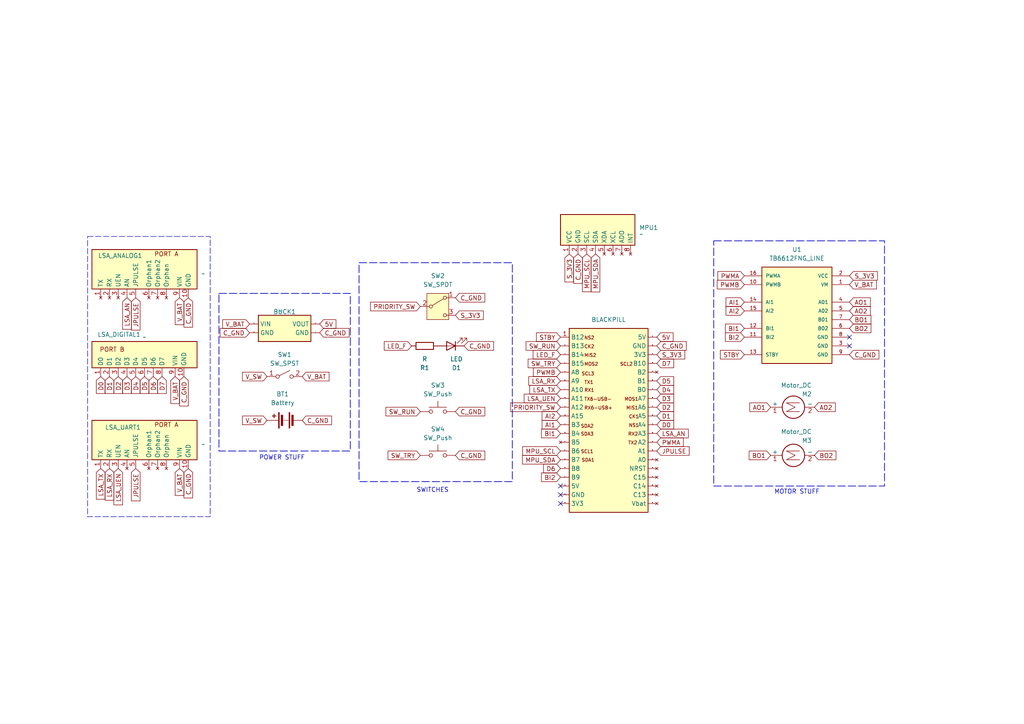
<source format=kicad_sch>
(kicad_sch (version 20231120) (generator "eeschema") (generator_version "8.0")
  (paper "A4")
  (lib_symbols
    (symbol "Device:Battery" (pin_numbers hide) (pin_names (offset 0) hide)
      (property "Reference" "BT" (at 2.54 2.54 0))
      (property "Value" "Battery" (at 2.54 0 0))
      (symbol "Battery_0_1"
        (rectangle (start -2.286 -1.27) (end 2.286 -1.524) (fill (type outline)))
        (rectangle (start -2.286 1.778) (end 2.286 1.524) (fill (type outline)))
        (rectangle (start -1.524 -2.032) (end 1.524 -2.54) (fill (type outline)))
        (rectangle (start -1.524 1.016) (end 1.524 0.508) (fill (type outline)))
        (polyline (pts (xy 0 -1.016) (xy 0 -0.762)))
        (polyline (pts (xy 0 -0.508) (xy 0 -0.254)))
        (polyline (pts (xy 0 0) (xy 0 0.254)))
        (polyline (pts (xy 0 1.778) (xy 0 2.54)))
        (polyline (pts (xy 0.762 3.048) (xy 1.778 3.048)) (stroke (width 0.254)))
        (polyline (pts (xy 1.27 3.556) (xy 1.27 2.54)) (stroke (width 0.254)))
      )
      (symbol "Battery_1_1"
        (pin passive line (at 0 5.08 270) (length 2.54) (name "+") (number "1"))
        (pin passive line (at 0 -5.08 90) (length 2.54) (name "-") (number "2"))
      )
    )
    (symbol "Device:LED" (pin_numbers hide) (pin_names (offset 1.016) hide)
      (property "Reference" "D" (at 0 2.54 0))
      (property "Value" "LED" (at 0 -2.54 0))
      (symbol "LED_0_1"
        (polyline (pts (xy -1.27 -1.27) (xy -1.27 1.27)) (stroke (width 0.254)))
        (polyline (pts (xy -1.27 0) (xy 1.27 0)))
        (polyline (pts (xy 1.27 -1.27) (xy 1.27 1.27) (xy -1.27 0) (xy 1.27 -1.27)) (stroke (width 0.254)))
        (polyline (pts (xy -3.048 -0.762) (xy -4.572 -2.286) (xy -3.81 -2.286) (xy -4.572 -2.286) (xy -4.572 -1.524)))
        (polyline (pts (xy -1.778 -0.762) (xy -3.302 -2.286) (xy -2.54 -2.286) (xy -3.302 -2.286) (xy -3.302 -1.524)))
      )
      (symbol "LED_1_1"
        (pin passive line (at -3.81 0 0) (length 2.54) (name "K") (number "1"))
        (pin passive line (at 3.81 0 180) (length 2.54) (name "A") (number "2"))
      )
    )
    (symbol "Device:R" (pin_numbers hide) (pin_names (offset 0))
      (property "Reference" "R" (at 2.032 0 90))
      (property "Value" "R" (at 0 0 90))
      (symbol "R_0_1"
        (rectangle (start -1.016 -2.54) (end 1.016 2.54) (stroke (width 0.254)))
      )
      (symbol "R_1_1"
        (pin passive line (at 0 3.81 270) (length 1.27) (name "~") (number "1"))
        (pin passive line (at 0 -3.81 90) (length 1.27) (name "~") (number "2"))
      )
    )
    (symbol "LINE_F_SYM_LIB:BUCK_LINE"
      (property "Reference" "BUCK" (at 7.112 13.97 0))
      (symbol "BUCK_LINE_1_0"
        (rectangle (start 0 12.7) (end 15.24 5.08) (stroke (width 0.254)) (fill (type background)))
        (pin power_in line (at -2.54 10.16 0) (length 2.54) (name "VIN") (number "1"))
        (pin power_out line (at 17.78 10.16 180) (length 2.54) (name "VOUT") (number "2"))
        (pin power_in line (at -2.54 7.62 0) (length 2.54) (name "GND") (number "3"))
        (pin power_in line (at 17.78 7.62 180) (length 2.54) (name "GND") (number "4"))
      )
    )
    (symbol "LINE_F_SYM_LIB:FINAL_BLACKPILL_LINE"
      (property "Value" "BLACKPILL" (at -5.842 30.734 0))
      (symbol "FINAL_BLACKPILL_LINE_0_0"
        (text "CK1" (at -0.5588 4.2164 0) (effects (font (size 0.9652 0.9652)) (justify left top)))
        (text "CK2" (at -13.4874 24.5364 0) (effects (font (size 0.9652 0.9652)) (justify left top)))
        (text "MIS1" (at -1.3208 6.7564 0) (effects (font (size 0.9652 0.9652)) (justify left top)))
        (text "MIS2" (at -13.4874 21.9964 0) (effects (font (size 0.9652 0.9652)) (justify left top)))
        (text "MOS1" (at -1.8288 9.2964 0) (effects (font (size 0.9652 0.9652)) (justify left top)))
        (text "MOS2" (at -13.4874 19.4564 0) (effects (font (size 0.9652 0.9652)) (justify left top)))
        (text "NS1" (at -0.5588 1.7018 0) (effects (font (size 0.9652 0.9652)) (justify left top)))
        (text "NS2" (at -13.4874 27.0764 0) (effects (font (size 0.9652 0.9652)) (justify left top)))
        (text "RX1" (at -13.462 11.8872 0) (effects (font (size 0.9652 0.9652)) (justify left top)))
        (text "RX2" (at -0.762 -0.8128 0) (effects (font (size 0.9652 0.9652)) (justify left top)))
        (text "RX6-USB+" (at -13.4874 6.7564 0) (effects (font (size 0.9652 0.9652)) (justify left top)))
        (text "SCL1" (at -14.478 -5.8928 0) (effects (font (size 0.9652 0.9652)) (justify left top)))
        (text "SCL2" (at -3.0988 19.4564 0) (effects (font (size 0.9652 0.9652)) (justify left top)))
        (text "SCL3" (at -14.2494 16.6624 0) (effects (font (size 0.9652 0.9652)) (justify left top)))
        (text "SDA1" (at -14.224 -8.382 0) (effects (font (size 0.9652 0.9652)) (justify left top)))
        (text "SDA2" (at -14.478 1.4732 0) (effects (font (size 0.9652 0.9652)) (justify left top)))
        (text "SDA3" (at -14.478 -0.8128 0) (effects (font (size 0.9652 0.9652)) (justify left top)))
        (text "TX1" (at -13.462 14.1732 0) (effects (font (size 0.9652 0.9652)) (justify left top)))
        (text "TX2" (at -0.762 -3.3528 0) (effects (font (size 0.9652 0.9652)) (justify left top)))
        (text "TX6-USB-" (at -13.4874 9.2964 0) (effects (font (size 0.9652 0.9652)) (justify left top)))
        (pin bidirectional line (at -20.32 3.81 0) (length 2.54) (name "A15") (number "10"))
        (pin bidirectional line (at -20.32 1.27 0) (length 2.54) (name "B3") (number "11"))
        (pin bidirectional line (at -20.32 -1.27 0) (length 2.54) (name "B4") (number "12"))
        (pin no_connect line (at -20.32 -3.81 0) (length 2.54) (name "B5") (number "13"))
        (pin bidirectional line (at -20.32 -6.35 0) (length 2.54) (name "B6") (number "14"))
        (pin bidirectional line (at -20.32 -8.89 0) (length 2.54) (name "B7") (number "15"))
        (pin bidirectional line (at -20.32 -11.43 0) (length 2.54) (name "B8") (number "16"))
        (pin bidirectional line (at -20.32 -13.97 0) (length 2.54) (name "B9") (number "17"))
        (pin bidirectional line (at -20.32 24.13 0) (length 2.54) (name "B13") (number "2"))
        (pin bidirectional line (at 7.62 19.05 180) (length 2.54) (name "B10") (number "24"))
        (pin no_connect line (at 7.62 16.51 180) (length 2.54) (name "B2") (number "25"))
        (pin bidirectional line (at 7.62 13.97 180) (length 2.54) (name "B1") (number "26"))
        (pin bidirectional line (at 7.62 11.43 180) (length 2.54) (name "B0") (number "27"))
        (pin bidirectional line (at 7.62 8.89 180) (length 2.54) (name "A7") (number "28"))
        (pin bidirectional line (at 7.62 6.35 180) (length 2.54) (name "A6") (number "29"))
        (pin bidirectional line (at -20.32 21.59 0) (length 2.54) (name "B14") (number "3"))
        (pin bidirectional line (at 7.62 3.81 180) (length 2.54) (name "A5") (number "30"))
        (pin bidirectional line (at 7.62 1.27 180) (length 2.54) (name "A4") (number "31"))
        (pin bidirectional line (at 7.62 -1.27 180) (length 2.54) (name "A3") (number "32"))
        (pin bidirectional line (at 7.62 -3.81 180) (length 2.54) (name "A2") (number "33"))
        (pin bidirectional line (at 7.62 -6.35 180) (length 2.54) (name "A1") (number "34"))
        (pin no_connect line (at 7.62 -8.89 180) (length 2.54) (name "A0") (number "35"))
        (pin no_connect line (at 7.62 -13.97 180) (length 2.54) (name "C15") (number "37"))
        (pin no_connect line (at 7.62 -16.51 180) (length 2.54) (name "C14") (number "38"))
        (pin no_connect line (at 7.62 -19.05 180) (length 2.54) (name "C13") (number "39"))
        (pin bidirectional line (at -20.32 19.05 0) (length 2.54) (name "B15") (number "4"))
        (pin bidirectional line (at -20.32 16.51 0) (length 2.54) (name "A8") (number "5"))
        (pin bidirectional line (at -20.32 13.97 0) (length 2.54) (name "A9") (number "6"))
        (pin bidirectional line (at -20.32 11.43 0) (length 2.54) (name "A10") (number "7"))
        (pin bidirectional line (at -20.32 8.89 0) (length 2.54) (name "A11") (number "8"))
        (pin bidirectional line (at -20.32 6.35 0) (length 2.54) (name "A12") (number "9"))
      )
      (symbol "FINAL_BLACKPILL_LINE_1_0"
        (rectangle (start -17.78 29.21) (end 5.08 -24.13) (stroke (width 0.254)) (fill (type background)))
        (pin bidirectional line (at -20.32 26.67 0) (length 2.54) (name "B12") (number "1"))
        (pin power_in line (at -20.32 -16.51 0) (length 2.54) (name "5V") (number "18"))
        (pin power_in line (at -20.32 -19.05 0) (length 2.54) (name "GND") (number "19"))
        (pin power_in line (at -20.32 -21.59 0) (length 2.54) (name "3V3") (number "20"))
        (pin power_in line (at 7.62 26.67 180) (length 2.54) (name "5V") (number "21"))
        (pin power_in line (at 7.62 24.13 180) (length 2.54) (name "GND") (number "22"))
        (pin power_in line (at 7.62 21.59 180) (length 2.54) (name "3V3") (number "23"))
        (pin no_connect line (at 7.62 -11.43 180) (length 2.54) (name "NRST") (number "36"))
        (pin no_connect line (at 7.62 -21.59 180) (length 2.54) (name "Vbat") (number "40"))
      )
    )
    (symbol "LINE_F_SYM_LIB:LSA_ANALOG"
      (property "Reference" "LSA_ANALOG" (at -5.08 7.62 0))
      (symbol "LSA_ANALOG_1_0"
        (rectangle (start -15.24 8.89) (end 15.24 -2.54) (stroke (width 0.254)) (fill (type background)))
      )
      (symbol "LSA_ANALOG_1_1"
        (text "PORT A\n" (at 6.35 7.62 0) (effects (font (size 1.27 1.27))))
        (pin no_connect line (at -12.7 -5.08 90) (length 2.54) (name "TX") (number "1"))
        (pin bidirectional line (at 12.7 -5.08 90) (length 2.54) (name "GND") (number "10"))
        (pin no_connect line (at -10.16 -5.08 90) (length 2.54) (name "RX") (number "2"))
        (pin no_connect line (at -7.62 -5.08 90) (length 2.54) (name "UEN") (number "3"))
        (pin bidirectional line (at -5.08 -5.08 90) (length 2.54) (name "AN") (number "4"))
        (pin bidirectional line (at -2.54 -5.08 90) (length 2.54) (name "JPULSE") (number "5"))
        (pin no_connect line (at 1.27 -5.08 90) (length 2.54) (name "Orphan1") (number "6"))
        (pin no_connect line (at 3.81 -5.08 90) (length 2.54) (name "Orphan2") (number "7"))
        (pin no_connect line (at 6.35 -5.08 90) (length 2.54) (name "Orphan") (number "8"))
        (pin bidirectional line (at 10.16 -5.08 90) (length 2.54) (name "VIN") (number "9"))
      )
    )
    (symbol "LINE_F_SYM_LIB:LSA_DIGITAL"
      (property "Reference" "LSA_DIGITAL" (at 4.572 8.636 0))
      (symbol "LSA_DIGITAL_1_0"
        (rectangle (start -2.54 7.62) (end 27.94 0) (stroke (width 0.254)) (fill (type background)))
      )
      (symbol "LSA_DIGITAL_1_1"
        (text "PORT B\n" (at 3.302 5.334 0) (effects (font (size 1.27 1.27))))
        (pin bidirectional line (at 0 -2.54 90) (length 2.54) (name "D0") (number "1"))
        (pin bidirectional line (at 24.13 -2.54 90) (length 2.54) (name "GND") (number "10"))
        (pin bidirectional line (at 2.54 -2.54 90) (length 2.54) (name "D1") (number "2"))
        (pin bidirectional line (at 5.08 -2.54 90) (length 2.54) (name "D2") (number "3"))
        (pin bidirectional line (at 7.62 -2.54 90) (length 2.54) (name "D3") (number "4"))
        (pin bidirectional line (at 10.16 -2.54 90) (length 2.54) (name "D4") (number "5"))
        (pin bidirectional line (at 12.7 -2.54 90) (length 2.54) (name "D5") (number "6"))
        (pin bidirectional line (at 15.24 -2.54 90) (length 2.54) (name "D6") (number "7"))
        (pin bidirectional line (at 17.78 -2.54 90) (length 2.54) (name "D7") (number "8"))
        (pin bidirectional line (at 21.59 -2.54 90) (length 2.54) (name "VIN") (number "9"))
      )
    )
    (symbol "LINE_F_SYM_LIB:LSA_UART"
      (property "Reference" "LSA_UART" (at 0.508 8.89 0))
      (symbol "LSA_UART_1_0"
        (rectangle (start -8.89 10.16) (end 21.59 -1.27) (stroke (width 0.254)) (fill (type background)))
      )
      (symbol "LSA_UART_1_1"
        (text "PORT A\n" (at 12.7 8.89 0) (effects (font (size 1.27 1.27))))
        (pin bidirectional line (at -6.35 -3.81 90) (length 2.54) (name "TX") (number "1"))
        (pin bidirectional line (at 19.05 -3.81 90) (length 2.54) (name "GND") (number "10"))
        (pin bidirectional line (at -3.81 -3.81 90) (length 2.54) (name "RX") (number "2"))
        (pin bidirectional line (at -1.27 -3.81 90) (length 2.54) (name "UEN") (number "3"))
        (pin no_connect line (at 1.27 -3.81 90) (length 2.54) (name "AN") (number "4"))
        (pin bidirectional line (at 3.81 -3.81 90) (length 2.54) (name "JPULSE") (number "5"))
        (pin no_connect line (at 7.62 -3.81 90) (length 2.54) (name "Orphan1") (number "6"))
        (pin no_connect line (at 10.16 -3.81 90) (length 2.54) (name "Orphan2") (number "7"))
        (pin no_connect line (at 12.7 -3.81 90) (length 2.54) (name "Orphan") (number "8"))
        (pin bidirectional line (at 16.51 -3.81 90) (length 2.54) (name "VIN") (number "9"))
      )
    )
    (symbol "LINE_F_SYM_LIB:MPU6050"
      (property "Reference" "MPU6050" (at 9.144 8.636 0))
      (symbol "MPU6050_1_0"
        (rectangle (start 5.08 7.62) (end 13.97 -13.97) (stroke (width 0.254)) (fill (type background)))
      )
      (symbol "MPU6050_1_1"
        (pin bidirectional line (at 2.54 5.08 0) (length 2.54) (name "VCC") (number "1"))
        (pin bidirectional line (at 2.54 2.54 0) (length 2.54) (name "GND") (number "2"))
        (pin bidirectional line (at 2.54 0 0) (length 2.54) (name "SCL") (number "3"))
        (pin bidirectional line (at 2.54 -2.54 0) (length 2.54) (name "SDA") (number "4"))
        (pin no_connect line (at 2.54 -5.08 0) (length 2.54) (name "XDA") (number "5"))
        (pin no_connect line (at 2.54 -7.62 0) (length 2.54) (name "XCL") (number "6"))
        (pin no_connect line (at 2.54 -10.16 0) (length 2.54) (name "ADO") (number "7"))
        (pin no_connect line (at 2.54 -12.7 0) (length 2.54) (name "INT") (number "8"))
      )
    )
    (symbol "LINE_F_SYM_LIB:TB6612FNG_LINE" (pin_names (offset 1.016))
      (property "Reference" "U" (at -10.16 16.002 0))
      (property "Value" "TB6612FNG" (at -5.08 -14.986 0))
      (symbol "TB6612FNG_LINE_0_0"
        (rectangle (start -10.16 -12.7) (end 10.16 15.24) (stroke (width 0.254)) (fill (type background)))
        (pin power_in line (at 15.24 10.16 180) (length 5.08) (name "VM") (number "1"))
        (pin input line (at -15.24 10.16 0) (length 5.08) (name "PWMB") (number "10"))
        (pin input line (at -15.24 -5.08 0) (length 5.08) (name "BI2") (number "11"))
        (pin input line (at -15.24 -2.54 0) (length 5.08) (name "BI1") (number "12"))
        (pin input line (at -15.24 -10.16 0) (length 5.08) (name "STBY") (number "13"))
        (pin input line (at -15.24 5.08 0) (length 5.08) (name "AI1") (number "14"))
        (pin input line (at -15.24 2.54 0) (length 5.08) (name "AI2") (number "15"))
        (pin input line (at -15.24 12.7 0) (length 5.08) (name "PWMA") (number "16"))
        (pin power_in line (at 15.24 12.7 180) (length 5.08) (name "VCC") (number "2"))
        (pin power_in line (at 15.24 -7.62 180) (length 5.08) (name "GND") (number "3"))
        (pin output line (at 15.24 5.08 180) (length 5.08) (name "A01") (number "4"))
        (pin output line (at 15.24 2.54 180) (length 5.08) (name "A02") (number "5"))
        (pin output line (at 15.24 -2.54 180) (length 5.08) (name "B02") (number "6"))
        (pin output line (at 15.24 0 180) (length 5.08) (name "B01") (number "7"))
        (pin power_in line (at 15.24 -5.08 180) (length 5.08) (name "GND") (number "8"))
        (pin power_in line (at 15.24 -10.16 180) (length 5.08) (name "GND") (number "9"))
      )
    )
    (symbol "Motor:Motor_DC" (pin_names (offset 0))
      (property "Reference" "M" (at 2.54 2.54 0))
      (property "Value" "Motor_DC" (at 2.54 -5.08 0))
      (symbol "Motor_DC_0_0"
        (polyline (pts (xy -1.27 -3.302) (xy -1.27 0.508) (xy 0 -2.032) (xy 1.27 0.508) (xy 1.27 -3.302)))
      )
      (symbol "Motor_DC_0_1"
        (circle (center 0 -1.524) (radius 3.2512) (stroke (width 0.254)))
        (polyline (pts (xy 0 -7.62) (xy 0 -7.112)))
        (polyline (pts (xy 0 -4.7752) (xy 0 -5.1816)))
        (polyline (pts (xy 0 1.7272) (xy 0 2.0828)))
        (polyline (pts (xy 0 2.032) (xy 0 2.54)))
      )
      (symbol "Motor_DC_1_1"
        (pin passive line (at 0 5.08 270) (length 2.54) (name "+") (number "1"))
        (pin passive line (at 0 -7.62 90) (length 2.54) (name "-") (number "2"))
      )
    )
    (symbol "Switch:SW_Push" (pin_numbers hide) (pin_names (offset 1.016) hide)
      (property "Reference" "SW" (at 1.27 2.54 0))
      (property "Value" "SW_Push" (at 0 -1.524 0))
      (symbol "SW_Push_0_1"
        (circle (center -2.032 0) (radius 0.508))
        (polyline (pts (xy 0 1.27) (xy 0 3.048)))
        (polyline (pts (xy 2.54 1.27) (xy -2.54 1.27)))
        (circle (center 2.032 0) (radius 0.508))
        (pin passive line (at -5.08 0 0) (length 2.54) (name "1") (number "1"))
        (pin passive line (at 5.08 0 180) (length 2.54) (name "2") (number "2"))
      )
    )
    (symbol "Switch:SW_SPDT" (pin_names (offset 0) hide)
      (property "Reference" "SW" (at 0 5.08 0))
      (property "Value" "SW_SPDT" (at 0 -5.08 0))
      (symbol "SW_SPDT_0_1"
        (circle (center -2.032 0) (radius 0.4572))
        (polyline (pts (xy -1.651 0.254) (xy 1.651 2.286)))
        (circle (center 2.032 -2.54) (radius 0.4572))
        (circle (center 2.032 2.54) (radius 0.4572))
      )
      (symbol "SW_SPDT_1_1"
        (rectangle (start -3.175 3.81) (end 3.175 -3.81) (fill (type background)))
        (pin passive line (at 5.08 2.54 180) (length 2.54) (name "A") (number "1"))
        (pin passive line (at -5.08 0 0) (length 2.54) (name "B") (number "2"))
        (pin passive line (at 5.08 -2.54 180) (length 2.54) (name "C") (number "3"))
      )
    )
    (symbol "Switch:SW_SPST" (pin_names (offset 0) hide)
      (property "Reference" "SW" (at 0 3.175 0))
      (property "Value" "SW_SPST" (at 0 -2.54 0))
      (symbol "SW_SPST_0_0"
        (circle (center -2.032 0) (radius 0.508))
        (polyline (pts (xy -1.524 0.254) (xy 1.524 1.778)))
        (circle (center 2.032 0) (radius 0.508))
      )
      (symbol "SW_SPST_1_1"
        (pin passive line (at -5.08 0 0) (length 2.54) (name "A") (number "1"))
        (pin passive line (at 5.08 0 180) (length 2.54) (name "B") (number "2"))
      )
    )
  )
  (no_connect (at 162.56 143.51))
  (no_connect (at 246.38 100.33))
  (no_connect (at 162.56 140.97))
  (no_connect (at 162.56 146.05))
  (no_connect (at 246.38 97.79))
  (rectangle (start 63.5 85.09) (end 101.6 130.81) (stroke (width 0.2) (type dash)))
  (rectangle (start 104.14 76.2) (end 148.59 139.7) (stroke (width 0.2) (type dash)))
  (rectangle (start 207.01 69.85) (end 256.54 140.97) (stroke (width 0.2) (type dash)))
  (rectangle (start 25.4 68.58) (end 60.96 149.86) (stroke (width 0) (type dash)))
  (text "MOTOR STUFF" (at 231.14 142.748 0) (effects (font (size 1.27 1.27))))
  (text "SWITCHES\n" (at 125.476 142.24 0) (effects (font (size 1.27 1.27))))
  (text "POWER STUFF\n" (at 81.788 132.842 0) (effects (font (size 1.27 1.27))))
  (global_label "SW_TRY" (shape input) (at 162.56 105.41 180) (property "Intersheetrefs" "${INTERSHEET_REFS}" (effects (hide yes))))
  (global_label "C_GND" (shape input) (at 54.61 86.36 270) (property "Intersheetrefs" "${INTERSHEET_REFS}" (effects (hide yes))))
  (global_label "D5" (shape input) (at 41.91 109.22 270) (property "Intersheetrefs" "${INTERSHEET_REFS}" (effects (hide yes))))
  (global_label "BO1" (shape input) (at 223.52 132.08 180) (property "Intersheetrefs" "${INTERSHEET_REFS}" (effects (hide yes))))
  (global_label "MPU_SDA" (shape input) (at 162.56 133.35 180) (property "Intersheetrefs" "${INTERSHEET_REFS}" (effects (hide yes))))
  (global_label "D6" (shape input) (at 44.45 109.22 270) (property "Intersheetrefs" "${INTERSHEET_REFS}" (effects (hide yes))))
  (global_label "PRIORITY_SW" (shape input) (at 121.92 88.9 180) (property "Intersheetrefs" "${INTERSHEET_REFS}" (effects (hide yes))))
  (global_label "AO1" (shape input) (at 246.38 87.63 0) (property "Intersheetrefs" "${INTERSHEET_REFS}" (effects (hide yes))))
  (global_label "C_GND" (shape input) (at 87.63 121.92 0) (property "Intersheetrefs" "${INTERSHEET_REFS}" (effects (hide yes))))
  (global_label "LSA_RX" (shape input) (at 31.75 135.89 270) (property "Intersheetrefs" "${INTERSHEET_REFS}" (effects (hide yes))))
  (global_label "D1" (shape input) (at 190.5 120.65 0) (property "Intersheetrefs" "${INTERSHEET_REFS}" (effects (hide yes))))
  (global_label "BO2" (shape input) (at 246.38 95.25 0) (property "Intersheetrefs" "${INTERSHEET_REFS}" (effects (hide yes))))
  (global_label "S_3V3" (shape input) (at 132.08 91.44 0) (property "Intersheetrefs" "${INTERSHEET_REFS}" (effects (hide yes))))
  (global_label "D3" (shape input) (at 36.83 109.22 270) (property "Intersheetrefs" "${INTERSHEET_REFS}" (effects (hide yes))))
  (global_label "STBY" (shape input) (at 162.56 97.79 180) (property "Intersheetrefs" "${INTERSHEET_REFS}" (effects (hide yes))))
  (global_label "BO2" (shape input) (at 236.22 132.08 0) (property "Intersheetrefs" "${INTERSHEET_REFS}" (effects (hide yes))))
  (global_label "5V" (shape input) (at 92.71 93.98 0) (property "Intersheetrefs" "${INTERSHEET_REFS}" (effects (hide yes))))
  (global_label "C_GND" (shape input) (at 134.62 100.33 0) (property "Intersheetrefs" "${INTERSHEET_REFS}" (effects (hide yes))))
  (global_label "V_BAT" (shape input) (at 52.07 135.89 270) (property "Intersheetrefs" "${INTERSHEET_REFS}" (effects (hide yes))))
  (global_label "PWMA" (shape input) (at 190.5 128.27 0) (property "Intersheetrefs" "${INTERSHEET_REFS}" (effects (hide yes))))
  (global_label "MPU_SCL" (shape input) (at 162.56 130.81 180) (property "Intersheetrefs" "${INTERSHEET_REFS}" (effects (hide yes))))
  (global_label "JPULSE" (shape input) (at 39.37 86.36 270) (property "Intersheetrefs" "${INTERSHEET_REFS}" (effects (hide yes))))
  (global_label "C_GND" (shape input) (at 167.64 73.66 270) (property "Intersheetrefs" "${INTERSHEET_REFS}" (effects (hide yes))))
  (global_label "AI2" (shape input) (at 215.9 90.17 180) (property "Intersheetrefs" "${INTERSHEET_REFS}" (effects (hide yes))))
  (global_label "D4" (shape input) (at 39.37 109.22 270) (property "Intersheetrefs" "${INTERSHEET_REFS}" (effects (hide yes))))
  (global_label "D7" (shape input) (at 190.5 105.41 0) (property "Intersheetrefs" "${INTERSHEET_REFS}" (effects (hide yes))))
  (global_label "V_SW" (shape input) (at 77.47 121.92 180) (property "Intersheetrefs" "${INTERSHEET_REFS}" (effects (hide yes))))
  (global_label "PWMA" (shape input) (at 215.9 80.01 180) (property "Intersheetrefs" "${INTERSHEET_REFS}" (effects (hide yes))))
  (global_label "D2" (shape input) (at 190.5 118.11 0) (property "Intersheetrefs" "${INTERSHEET_REFS}" (effects (hide yes))))
  (global_label "BI2" (shape input) (at 215.9 97.79 180) (property "Intersheetrefs" "${INTERSHEET_REFS}" (effects (hide yes))))
  (global_label "V_BAT" (shape input) (at 87.63 109.22 0) (property "Intersheetrefs" "${INTERSHEET_REFS}" (effects (hide yes))))
  (global_label "AI1" (shape input) (at 215.9 87.63 180) (property "Intersheetrefs" "${INTERSHEET_REFS}" (effects (hide yes))))
  (global_label "S_3V3" (shape input) (at 165.1 73.66 270) (property "Intersheetrefs" "${INTERSHEET_REFS}" (effects (hide yes))))
  (global_label "LSA_TX" (shape input) (at 162.56 113.03 180) (property "Intersheetrefs" "${INTERSHEET_REFS}" (effects (hide yes))))
  (global_label "D6" (shape input) (at 162.56 135.89 180) (property "Intersheetrefs" "${INTERSHEET_REFS}" (effects (hide yes))))
  (global_label "D3" (shape input) (at 190.5 115.57 0) (property "Intersheetrefs" "${INTERSHEET_REFS}" (effects (hide yes))))
  (global_label "AO2" (shape input) (at 236.22 118.11 0) (property "Intersheetrefs" "${INTERSHEET_REFS}" (effects (hide yes))))
  (global_label "LSA_AN" (shape input) (at 36.83 86.36 270) (property "Intersheetrefs" "${INTERSHEET_REFS}" (effects (hide yes))))
  (global_label "D5" (shape input) (at 190.5 110.49 0) (property "Intersheetrefs" "${INTERSHEET_REFS}" (effects (hide yes))))
  (global_label "C_GND" (shape input) (at 92.71 96.52 0) (property "Intersheetrefs" "${INTERSHEET_REFS}" (effects (hide yes))))
  (global_label "C_GND" (shape input) (at 132.08 132.08 0) (property "Intersheetrefs" "${INTERSHEET_REFS}" (effects (hide yes))))
  (global_label "PWMB" (shape input) (at 162.56 107.95 180) (property "Intersheetrefs" "${INTERSHEET_REFS}" (effects (hide yes))))
  (global_label "SW_RUN" (shape input) (at 162.56 100.33 180) (property "Intersheetrefs" "${INTERSHEET_REFS}" (effects (hide yes))))
  (global_label "LSA_RX" (shape input) (at 162.56 110.49 180) (property "Intersheetrefs" "${INTERSHEET_REFS}" (effects (hide yes))))
  (global_label "PRIORITY_SW" (shape input) (at 162.56 118.11 180) (property "Intersheetrefs" "${INTERSHEET_REFS}" (effects (hide yes))))
  (global_label "LSA_AN" (shape input) (at 190.5 125.73 0) (property "Intersheetrefs" "${INTERSHEET_REFS}" (effects (hide yes))))
  (global_label "LSA_UEN" (shape input) (at 162.56 115.57 180) (property "Intersheetrefs" "${INTERSHEET_REFS}" (effects (hide yes))))
  (global_label "V_BAT" (shape input) (at 50.8 109.22 270) (property "Intersheetrefs" "${INTERSHEET_REFS}" (effects (hide yes))))
  (global_label "V_BAT" (shape input) (at 72.39 93.98 180) (property "Intersheetrefs" "${INTERSHEET_REFS}" (effects (hide yes))))
  (global_label "C_GND" (shape input) (at 72.39 96.52 180) (property "Intersheetrefs" "${INTERSHEET_REFS}" (effects (hide yes))))
  (global_label "AO1" (shape input) (at 223.52 118.11 180) (property "Intersheetrefs" "${INTERSHEET_REFS}" (effects (hide yes))))
  (global_label "C_GND" (shape input) (at 190.5 100.33 0) (property "Intersheetrefs" "${INTERSHEET_REFS}" (effects (hide yes))))
  (global_label "D2" (shape input) (at 34.29 109.22 270) (property "Intersheetrefs" "${INTERSHEET_REFS}" (effects (hide yes))))
  (global_label "LED_F" (shape input) (at 162.56 102.87 180) (property "Intersheetrefs" "${INTERSHEET_REFS}" (effects (hide yes))))
  (global_label "LED_F" (shape input) (at 119.38 100.33 180) (property "Intersheetrefs" "${INTERSHEET_REFS}" (effects (hide yes))))
  (global_label "SW_RUN" (shape input) (at 121.92 119.38 180) (property "Intersheetrefs" "${INTERSHEET_REFS}" (effects (hide yes))))
  (global_label "D4" (shape input) (at 190.5 113.03 0) (property "Intersheetrefs" "${INTERSHEET_REFS}" (effects (hide yes))))
  (global_label "JPULSE" (shape input) (at 39.37 135.89 270) (property "Intersheetrefs" "${INTERSHEET_REFS}" (effects (hide yes))))
  (global_label "STBY" (shape input) (at 215.9 102.87 180) (property "Intersheetrefs" "${INTERSHEET_REFS}" (effects (hide yes))))
  (global_label "PWMB" (shape input) (at 215.9 82.55 180) (property "Intersheetrefs" "${INTERSHEET_REFS}" (effects (hide yes))))
  (global_label "D1" (shape input) (at 31.75 109.22 270) (property "Intersheetrefs" "${INTERSHEET_REFS}" (effects (hide yes))))
  (global_label "JPULSE" (shape input) (at 190.5 130.81 0) (property "Intersheetrefs" "${INTERSHEET_REFS}" (effects (hide yes))))
  (global_label "V_BAT" (shape input) (at 246.38 82.55 0) (property "Intersheetrefs" "${INTERSHEET_REFS}" (effects (hide yes))))
  (global_label "AO2" (shape input) (at 246.38 90.17 0) (property "Intersheetrefs" "${INTERSHEET_REFS}" (effects (hide yes))))
  (global_label "C_GND" (shape input) (at 132.08 119.38 0) (property "Intersheetrefs" "${INTERSHEET_REFS}" (effects (hide yes))))
  (global_label "V_SW" (shape input) (at 77.47 109.22 180) (property "Intersheetrefs" "${INTERSHEET_REFS}" (effects (hide yes))))
  (global_label "LSA_UEN" (shape input) (at 34.29 135.89 270) (property "Intersheetrefs" "${INTERSHEET_REFS}" (effects (hide yes))))
  (global_label "C_GND" (shape input) (at 246.38 102.87 0) (property "Intersheetrefs" "${INTERSHEET_REFS}" (effects (hide yes))))
  (global_label "D7" (shape input) (at 46.99 109.22 270) (property "Intersheetrefs" "${INTERSHEET_REFS}" (effects (hide yes))))
  (global_label "AI1" (shape input) (at 162.56 123.19 180) (property "Intersheetrefs" "${INTERSHEET_REFS}" (effects (hide yes))))
  (global_label "D0" (shape input) (at 190.5 123.19 0) (property "Intersheetrefs" "${INTERSHEET_REFS}" (effects (hide yes))))
  (global_label "S_3V3" (shape input) (at 246.38 80.01 0) (property "Intersheetrefs" "${INTERSHEET_REFS}" (effects (hide yes))))
  (global_label "BO1" (shape input) (at 246.38 92.71 0) (property "Intersheetrefs" "${INTERSHEET_REFS}" (effects (hide yes))))
  (global_label "V_BAT" (shape input) (at 52.07 86.36 270) (property "Intersheetrefs" "${INTERSHEET_REFS}" (effects (hide yes))))
  (global_label "LSA_TX" (shape input) (at 29.21 135.89 270) (property "Intersheetrefs" "${INTERSHEET_REFS}" (effects (hide yes))))
  (global_label "C_GND" (shape input) (at 54.61 135.89 270) (property "Intersheetrefs" "${INTERSHEET_REFS}" (effects (hide yes))))
  (global_label "AI2" (shape input) (at 162.56 120.65 180) (property "Intersheetrefs" "${INTERSHEET_REFS}" (effects (hide yes))))
  (global_label "D0" (shape input) (at 29.21 109.22 270) (property "Intersheetrefs" "${INTERSHEET_REFS}" (effects (hide yes))))
  (global_label "SW_TRY" (shape input) (at 121.92 132.08 180) (property "Intersheetrefs" "${INTERSHEET_REFS}" (effects (hide yes))))
  (global_label "BI2" (shape input) (at 162.56 138.43 180) (property "Intersheetrefs" "${INTERSHEET_REFS}" (effects (hide yes))))
  (global_label "C_GND" (shape input) (at 132.08 86.36 0) (property "Intersheetrefs" "${INTERSHEET_REFS}" (effects (hide yes))))
  (global_label "MPU_SCL" (shape input) (at 170.18 73.66 270) (property "Intersheetrefs" "${INTERSHEET_REFS}" (effects (hide yes))))
  (global_label "C_GND" (shape input) (at 53.34 109.22 270) (property "Intersheetrefs" "${INTERSHEET_REFS}" (effects (hide yes))))
  (global_label "MPU_SDA" (shape input) (at 172.72 73.66 270) (property "Intersheetrefs" "${INTERSHEET_REFS}" (effects (hide yes))))
  (global_label "BI1" (shape input) (at 162.56 125.73 180) (property "Intersheetrefs" "${INTERSHEET_REFS}" (effects (hide yes))))
  (global_label "S_3V3" (shape input) (at 190.5 102.87 0) (property "Intersheetrefs" "${INTERSHEET_REFS}" (effects (hide yes))))
  (global_label "5V" (shape input) (at 190.5 97.79 0) (property "Intersheetrefs" "${INTERSHEET_REFS}" (effects (hide yes))))
  (global_label "BI1" (shape input) (at 215.9 95.25 180) (property "Intersheetrefs" "${INTERSHEET_REFS}" (effects (hide yes))))
  (symbol (lib_id "LINE_F_SYM_LIB:MPU6050") (at 170.18 76.2 90) (unit 1)
    (property "Reference" "MPU1" (at 185.42 66.0399 90) (effects (justify right)))
    (property "Value" "~" (at 185.42 67.945 90) (effects (justify right)))
    (property "Footprint" "LINE_F_FOOT_LIB:MPU6050_AR" (effects (hide yes)))
  )
  (symbol (lib_id "LINE_F_SYM_LIB:FINAL_BLACKPILL_LINE") (at 182.88 124.46 0) (unit 1)
    (property "Reference" "m1" (effects (hide yes)))
    (property "Value" "BLACKPILL" (at 176.53 92.71 0))
    (property "Footprint" "LINE_F_FOOT_LIB:FINAL_BLACKPILL_LINE" (effects (hide yes)))
    (property "Datasheet" "https://github.com/WeActTC/MiniSTM32F4x1" (effects (hide yes)))
    (property "Manufacturer Part" "Black Pill V3" (effects (hide yes)))
    (property "Manufacturer" "WeAct Studio" (effects (hide yes)))
    (property "Supplier Part" "4877" (effects (hide yes)))
    (property "Supplier" "Adafruit" (effects (hide yes)))
  )
  (symbol (lib_id "Device:Battery") (at 82.55 121.92 90) (unit 1)
    (property "Reference" "BT1" (at 81.9785 114.3 90))
    (property "Value" "Battery" (at 81.9785 116.84 90))
    (property "Footprint" "LINE_F_FOOT_LIB:BATTERY_LINE_XT60" (effects (hide yes)))
    (property "Description" "Multiple-cell battery" (effects (hide yes)))
  )
  (symbol (lib_id "LINE_F_SYM_LIB:LSA_UART") (at 35.56 132.08 0) (unit 1)
    (property "Reference" "LSA_UART1" (at 30.48 123.952 0) (effects (justify left)))
    (property "Value" "~" (at 58.42 128.905 0) (effects (justify left)))
    (property "Footprint" "LINE_F_FOOT_LIB:LSA_UART" (effects (hide yes)))
  )
  (symbol (lib_id "LINE_F_SYM_LIB:LSA_ANALOG") (at 41.91 81.28 0) (unit 1)
    (property "Reference" "LSA_ANALOG1" (at 28.448 74.168 0) (effects (justify left)))
    (property "Value" "~" (at 58.42 79.375 0) (effects (justify left)))
    (property "Footprint" "LINE_F_FOOT_LIB:LSA_ANALOG" (effects (hide yes)))
  )
  (symbol (lib_id "Device:R") (at 123.19 100.33 90) (unit 1)
    (property "Reference" "R1" (at 123.19 106.68 90))
    (property "Value" "R" (at 123.19 104.14 90))
    (property "Footprint" "LINE_F_FOOT_LIB:RESISTOR_LINE" (effects (hide yes)))
    (property "Description" "Resistor" (effects (hide yes)))
  )
  (symbol (lib_id "LINE_F_SYM_LIB:LSA_DIGITAL") (at 29.21 106.68 0) (unit 1)
    (property "Reference" "LSA_DIGITAL1" (at 34.544 97.028 0))
    (property "Value" "~" (at 41.91 97.79 0))
    (property "Footprint" "LINE_F_FOOT_LIB:LSA_DIGITAL" (effects (hide yes)))
  )
  (symbol (lib_id "Motor:Motor_DC") (at 228.6 132.08 90) (unit 1)
    (property "Reference" "M3" (at 235.458 127.762 90) (effects (justify left)))
    (property "Value" "Motor_DC" (at 235.458 125.222 90) (effects (justify left)))
    (property "Footprint" "LINE_F_FOOT_LIB:connector_motor" (effects (hide yes)))
    (property "Description" "DC Motor" (effects (hide yes)))
  )
  (symbol (lib_id "Motor:Motor_DC") (at 228.6 118.11 90) (unit 1)
    (property "Reference" "M2" (at 235.458 114.3 90) (effects (justify left)))
    (property "Value" "Motor_DC" (at 235.458 111.76 90) (effects (justify left)))
    (property "Footprint" "LINE_F_FOOT_LIB:connector_motor" (effects (hide yes)))
    (property "Description" "DC Motor" (effects (hide yes)))
  )
  (symbol (lib_id "LINE_F_SYM_LIB:BUCK_LINE") (at 74.93 104.14 0) (unit 1)
    (property "Reference" "BUCK1" (at 82.55 90.424 0))
    (property "Value" "~" (at 81.28 90.17 0))
    (property "Footprint" "LINE_F_FOOT_LIB:BUCK_SMD" (effects (hide yes)))
  )
  (symbol (lib_id "Switch:SW_Push") (at 127 132.08 0) (unit 1)
    (property "Reference" "SW4" (at 127 124.46 0))
    (property "Value" "SW_Push" (at 127 127 0))
    (property "Footprint" "LINE_F_FOOT_LIB:push_button" (effects (hide yes)))
    (property "Description" "Push button switch, generic, two pins" (effects (hide yes)))
  )
  (symbol (lib_id "Switch:SW_Push") (at 127 119.38 0) (unit 1)
    (property "Reference" "SW3" (at 127 111.76 0))
    (property "Value" "SW_Push" (at 127 114.3 0))
    (property "Footprint" "LINE_F_FOOT_LIB:push_button" (effects (hide yes)))
    (property "Description" "Push button switch, generic, two pins" (effects (hide yes)))
  )
  (symbol (lib_id "Switch:SW_SPDT") (at 127 88.9 0) (unit 1)
    (property "Reference" "SW2" (at 127 80.01 0))
    (property "Value" "SW_SPDT" (at 127 82.55 0))
    (property "Footprint" "LINE_F_FOOT_LIB:SLIDE SW" (effects (hide yes)))
    (property "Description" "Switch, single pole double throw" (effects (hide yes)))
  )
  (symbol (lib_id "Device:LED") (at 130.81 100.33 180) (unit 1)
    (property "Reference" "D1" (at 132.3975 106.68 0))
    (property "Value" "LED" (at 132.3975 104.14 0))
    (property "Footprint" "LINE_F_FOOT_LIB:LED_LINE" (effects (hide yes)))
    (property "Description" "Light emitting diode" (effects (hide yes)))
  )
  (symbol (lib_id "LINE_F_SYM_LIB:TB6612FNG_LINE") (at 231.14 92.71 0) (unit 1)
    (property "Reference" "U1" (at 231.14 72.39 0))
    (property "Value" "TB6612FNG_LINE" (at 231.14 74.93 0))
    (property "Footprint" "LINE_F_FOOT_LIB:TB6612FNG_LINE" (effects (hide yes)))
    (property "MF" "SparkFun Electronics" (effects (hide yes)))
    (property "Description_1" "\n                        \n                            TB6612FNG - Motor Controller/Driver Power Management Evaluation Board\n                        \n" (effects (hide yes)))
    (property "Package" "None" (effects (hide yes)))
    (property "Price" "None" (effects (hide yes)))
    (property "Check_prices" "https://www.snapeda.com/parts/ROB-14450/SparkFun/view-part/?ref=eda" (effects (hide yes)))
    (property "STANDARD" "Manufacturer Recommendation" (effects (hide yes)))
    (property "PARTREV" "11-13-17" (effects (hide yes)))
    (property "SnapEDA_Link" "https://www.snapeda.com/parts/ROB-14450/SparkFun/view-part/?ref=snap" (effects (hide yes)))
    (property "MP" "ROB-14450" (effects (hide yes)))
    (property "Availability" "In Stock" (effects (hide yes)))
    (property "MANUFACTURER" "Sparkfun Electronics" (effects (hide yes)))
  )
  (symbol (lib_id "Switch:SW_SPST") (at 82.55 109.22 0) (unit 1)
    (property "Reference" "SW1" (at 82.55 102.87 0))
    (property "Value" "SW_SPST" (at 82.55 105.41 0))
    (property "Footprint" "LINE_F_FOOT_LIB:battery_sw" (effects (hide yes)))
    (property "Description" "Single Pole Single Throw (SPST) switch" (effects (hide yes)))
  )
)
</source>
